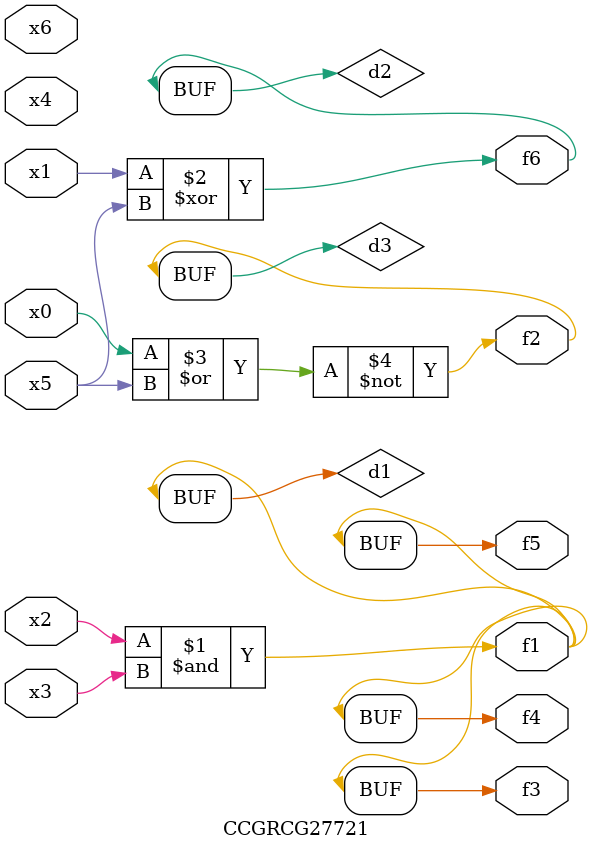
<source format=v>
module CCGRCG27721(
	input x0, x1, x2, x3, x4, x5, x6,
	output f1, f2, f3, f4, f5, f6
);

	wire d1, d2, d3;

	and (d1, x2, x3);
	xor (d2, x1, x5);
	nor (d3, x0, x5);
	assign f1 = d1;
	assign f2 = d3;
	assign f3 = d1;
	assign f4 = d1;
	assign f5 = d1;
	assign f6 = d2;
endmodule

</source>
